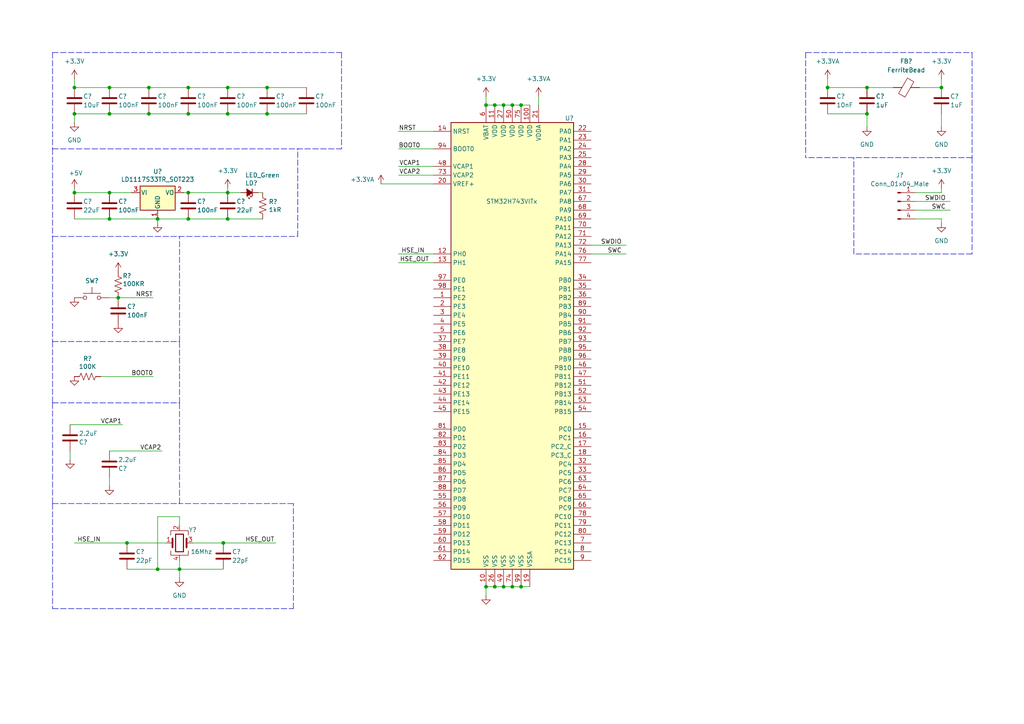
<source format=kicad_sch>
(kicad_sch (version 20231120) (generator "eeschema") (generator_version "8.0")
  (paper "A4")
  (title_block (title "Conundrum Crack Game") (date "2024-09-13") (rev "V1") (company "ECE477 Team 7"))
  (lib_symbols
    (symbol "Connector:Conn_01x04_Male" (pin_names (offset 1.016) hide)
      (property "Reference" "J" (at 0 5.08 0))
      (property "Value" "Conn_01x04_Male" (at 0 -7.62 0))
      (symbol "Conn_01x04_Male_1_1"
        (polyline (pts (xy 1.27 -5.08) (xy 0.8636 -5.08)) (stroke (width 0.1524)))
        (polyline (pts (xy 1.27 -2.54) (xy 0.8636 -2.54)) (stroke (width 0.1524)))
        (polyline (pts (xy 1.27 0) (xy 0.8636 0)) (stroke (width 0.1524)))
        (polyline (pts (xy 1.27 2.54) (xy 0.8636 2.54)) (stroke (width 0.1524)))
        (rectangle (start 0.8636 -4.953) (end 0 -5.207) (stroke (width 0.1524)) (fill (type outline)))
        (rectangle (start 0.8636 -2.413) (end 0 -2.667) (stroke (width 0.1524)) (fill (type outline)))
        (rectangle (start 0.8636 0.127) (end 0 -0.127) (stroke (width 0.1524)) (fill (type outline)))
        (rectangle (start 0.8636 2.667) (end 0 2.413) (stroke (width 0.1524)) (fill (type outline)))
        (pin passive line (at 5.08 2.54 180) (length 3.81) (name "Pin_1") (number "1"))
        (pin passive line (at 5.08 0 180) (length 3.81) (name "Pin_2") (number "2"))
        (pin passive line (at 5.08 -2.54 180) (length 3.81) (name "Pin_3") (number "3"))
        (pin passive line (at 5.08 -5.08 180) (length 3.81) (name "Pin_4") (number "4"))
      )
    )
    (symbol "Device:C" (pin_numbers hide) (pin_names (offset 0.254))
      (property "Reference" "C" (at 0.635 2.54 0))
      (property "Value" "C" (at 0.635 -2.54 0))
      (symbol "C_0_1"
        (polyline (pts (xy -2.032 -0.762) (xy 2.032 -0.762)) (stroke (width 0.508)))
        (polyline (pts (xy -2.032 0.762) (xy 2.032 0.762)) (stroke (width 0.508)))
      )
      (symbol "C_1_1"
        (pin passive line (at 0 3.81 270) (length 2.794) (name "~") (number "1"))
        (pin passive line (at 0 -3.81 90) (length 2.794) (name "~") (number "2"))
      )
    )
    (symbol "Device:Crystal_GND24" (pin_names (offset 1.016) hide)
      (property "Reference" "Y" (at 3.175 5.08 0))
      (property "Value" "Crystal_GND24" (at 3.175 3.175 0))
      (symbol "Crystal_GND24_0_1"
        (rectangle (start -1.143 2.54) (end 1.143 -2.54) (stroke (width 0.3048)))
        (polyline (pts (xy -2.54 0) (xy -2.032 0)))
        (polyline (pts (xy -2.032 -1.27) (xy -2.032 1.27)) (stroke (width 0.508)))
        (polyline (pts (xy 0 -3.81) (xy 0 -3.556)))
        (polyline (pts (xy 0 3.556) (xy 0 3.81)))
        (polyline (pts (xy 2.032 -1.27) (xy 2.032 1.27)) (stroke (width 0.508)))
        (polyline (pts (xy 2.032 0) (xy 2.54 0)))
        (polyline (pts (xy -2.54 -2.286) (xy -2.54 -3.556) (xy 2.54 -3.556) (xy 2.54 -2.286)))
        (polyline (pts (xy -2.54 2.286) (xy -2.54 3.556) (xy 2.54 3.556) (xy 2.54 2.286)))
      )
      (symbol "Crystal_GND24_1_1"
        (pin passive line (at -3.81 0 0) (length 1.27) (name "1") (number "1"))
        (pin passive line (at 0 5.08 270) (length 1.27) (name "2") (number "2"))
        (pin passive line (at 3.81 0 180) (length 1.27) (name "3") (number "3"))
        (pin passive line (at 0 -5.08 90) (length 1.27) (name "4") (number "4"))
      )
    )
    (symbol "Device:FerriteBead" (pin_numbers hide) (pin_names (offset 0))
      (property "Reference" "FB" (at -3.81 0.635 90))
      (property "Value" "FerriteBead" (at 3.81 0 90))
      (symbol "FerriteBead_0_1"
        (polyline (pts (xy 0 -1.27) (xy 0 -1.2192)))
        (polyline (pts (xy 0 1.27) (xy 0 1.2954)))
        (polyline (pts (xy -2.7686 0.4064) (xy -1.7018 2.2606) (xy 2.7686 -0.3048) (xy 1.6764 -2.159) (xy -2.7686 0.4064)))
      )
      (symbol "FerriteBead_1_1"
        (pin passive line (at 0 3.81 270) (length 2.54) (name "~") (number "1"))
        (pin passive line (at 0 -3.81 90) (length 2.54) (name "~") (number "2"))
      )
    )
    (symbol "Device:R_US" (pin_numbers hide) (pin_names (offset 0))
      (property "Reference" "R" (at 2.54 0 90))
      (property "Value" "R_US" (at -2.54 0 90))
      (symbol "R_US_0_1"
        (polyline (pts (xy 0 -2.286) (xy 0 -2.54)))
        (polyline (pts (xy 0 2.286) (xy 0 2.54)))
        (polyline (pts (xy 0 -0.762) (xy 1.016 -1.143) (xy 0 -1.524) (xy -1.016 -1.905) (xy 0 -2.286)))
        (polyline (pts (xy 0 0.762) (xy 1.016 0.381) (xy 0 0) (xy -1.016 -0.381) (xy 0 -0.762)))
        (polyline (pts (xy 0 2.286) (xy 1.016 1.905) (xy 0 1.524) (xy -1.016 1.143) (xy 0 0.762)))
      )
      (symbol "R_US_1_1"
        (pin passive line (at 0 3.81 270) (length 1.27) (name "~") (number "1"))
        (pin passive line (at 0 -3.81 90) (length 1.27) (name "~") (number "2"))
      )
    )
    (symbol "MCU_ST_STM32H7:STM32H743VITx"
      (property "Reference" "U" (at -17.78 64.77 0))
      (property "Value" "STM32H743VITx" (at 10.16 64.77 0))
      (symbol "STM32H743VITx_0_1"
        (rectangle (start -17.78 -66.04) (end 17.78 63.5) (stroke (width 0.254)) (fill (type background)))
      )
      (symbol "STM32H743VITx_1_1"
        (pin bidirectional line (at -22.86 12.7 0) (length 5.08) (name "PE2") (number "1"))
        (pin power_in line (at -7.62 -71.12 90) (length 5.08) (name "VSS") (number "10"))
        (pin power_in line (at 5.08 68.58 270) (length 5.08) (name "VDD") (number "100"))
        (pin power_in line (at -5.08 68.58 270) (length 5.08) (name "VDD") (number "11"))
        (pin input line (at -22.86 25.4 0) (length 5.08) (name "PH0") (number "12"))
        (pin input line (at -22.86 22.86 0) (length 5.08) (name "PH1") (number "13"))
        (pin input line (at -22.86 60.96 0) (length 5.08) (name "NRST") (number "14"))
        (pin bidirectional line (at 22.86 -25.4 180) (length 5.08) (name "PC0") (number "15"))
        (pin bidirectional line (at 22.86 -27.94 180) (length 5.08) (name "PC1") (number "16"))
        (pin bidirectional line (at 22.86 -30.48 180) (length 5.08) (name "PC2_C") (number "17"))
        (pin bidirectional line (at 22.86 -33.02 180) (length 5.08) (name "PC3_C") (number "18"))
        (pin power_in line (at 5.08 -71.12 90) (length 5.08) (name "VSSA") (number "19"))
        (pin bidirectional line (at -22.86 10.16 0) (length 5.08) (name "PE3") (number "2"))
        (pin bidirectional line (at -22.86 45.72 0) (length 5.08) (name "VREF+") (number "20"))
        (pin power_in line (at 7.62 68.58 270) (length 5.08) (name "VDDA") (number "21"))
        (pin bidirectional line (at 22.86 60.96 180) (length 5.08) (name "PA0") (number "22"))
        (pin bidirectional line (at 22.86 58.42 180) (length 5.08) (name "PA1") (number "23"))
        (pin bidirectional line (at 22.86 55.88 180) (length 5.08) (name "PA2") (number "24"))
        (pin bidirectional line (at 22.86 53.34 180) (length 5.08) (name "PA3") (number "25"))
        (pin power_in line (at -5.08 -71.12 90) (length 5.08) (name "VSS") (number "26"))
        (pin power_in line (at -2.54 68.58 270) (length 5.08) (name "VDD") (number "27"))
        (pin bidirectional line (at 22.86 50.8 180) (length 5.08) (name "PA4") (number "28"))
        (pin bidirectional line (at 22.86 48.26 180) (length 5.08) (name "PA5") (number "29"))
        (pin bidirectional line (at -22.86 7.62 0) (length 5.08) (name "PE4") (number "3"))
        (pin bidirectional line (at 22.86 45.72 180) (length 5.08) (name "PA6") (number "30"))
        (pin bidirectional line (at 22.86 43.18 180) (length 5.08) (name "PA7") (number "31"))
        (pin bidirectional line (at 22.86 -35.56 180) (length 5.08) (name "PC4") (number "32"))
        (pin bidirectional line (at 22.86 -38.1 180) (length 5.08) (name "PC5") (number "33"))
        (pin bidirectional line (at 22.86 17.78 180) (length 5.08) (name "PB0") (number "34"))
        (pin bidirectional line (at 22.86 15.24 180) (length 5.08) (name "PB1") (number "35"))
        (pin bidirectional line (at 22.86 12.7 180) (length 5.08) (name "PB2") (number "36"))
        (pin bidirectional line (at -22.86 0 0) (length 5.08) (name "PE7") (number "37"))
        (pin bidirectional line (at -22.86 -2.54 0) (length 5.08) (name "PE8") (number "38"))
        (pin bidirectional line (at -22.86 -5.08 0) (length 5.08) (name "PE9") (number "39"))
        (pin bidirectional line (at -22.86 5.08 0) (length 5.08) (name "PE5") (number "4"))
        (pin bidirectional line (at -22.86 -7.62 0) (length 5.08) (name "PE10") (number "40"))
        (pin bidirectional line (at -22.86 -10.16 0) (length 5.08) (name "PE11") (number "41"))
        (pin bidirectional line (at -22.86 -12.7 0) (length 5.08) (name "PE12") (number "42"))
        (pin bidirectional line (at -22.86 -15.24 0) (length 5.08) (name "PE13") (number "43"))
        (pin bidirectional line (at -22.86 -17.78 0) (length 5.08) (name "PE14") (number "44"))
        (pin bidirectional line (at -22.86 -20.32 0) (length 5.08) (name "PE15") (number "45"))
        (pin bidirectional line (at 22.86 -7.62 180) (length 5.08) (name "PB10") (number "46"))
        (pin bidirectional line (at 22.86 -10.16 180) (length 5.08) (name "PB11") (number "47"))
        (pin power_in line (at -22.86 50.8 0) (length 5.08) (name "VCAP1") (number "48"))
        (pin power_in line (at -2.54 -71.12 90) (length 5.08) (name "VSS") (number "49"))
        (pin bidirectional line (at -22.86 2.54 0) (length 5.08) (name "PE6") (number "5"))
        (pin power_in line (at 0 68.58 270) (length 5.08) (name "VDD") (number "50"))
        (pin bidirectional line (at 22.86 -12.7 180) (length 5.08) (name "PB12") (number "51"))
        (pin bidirectional line (at 22.86 -15.24 180) (length 5.08) (name "PB13") (number "52"))
        (pin bidirectional line (at 22.86 -17.78 180) (length 5.08) (name "PB14") (number "53"))
        (pin bidirectional line (at 22.86 -20.32 180) (length 5.08) (name "PB15") (number "54"))
        (pin bidirectional line (at -22.86 -45.72 0) (length 5.08) (name "PD8") (number "55"))
        (pin bidirectional line (at -22.86 -48.26 0) (length 5.08) (name "PD9") (number "56"))
        (pin bidirectional line (at -22.86 -50.8 0) (length 5.08) (name "PD10") (number "57"))
        (pin bidirectional line (at -22.86 -53.34 0) (length 5.08) (name "PD11") (number "58"))
        (pin bidirectional line (at -22.86 -55.88 0) (length 5.08) (name "PD12") (number "59"))
        (pin power_in line (at -7.62 68.58 270) (length 5.08) (name "VBAT") (number "6"))
        (pin bidirectional line (at -22.86 -58.42 0) (length 5.08) (name "PD13") (number "60"))
        (pin bidirectional line (at -22.86 -60.96 0) (length 5.08) (name "PD14") (number "61"))
        (pin bidirectional line (at -22.86 -63.5 0) (length 5.08) (name "PD15") (number "62"))
        (pin bidirectional line (at 22.86 -40.64 180) (length 5.08) (name "PC6") (number "63"))
        (pin bidirectional line (at 22.86 -43.18 180) (length 5.08) (name "PC7") (number "64"))
        (pin bidirectional line (at 22.86 -45.72 180) (length 5.08) (name "PC8") (number "65"))
        (pin bidirectional line (at 22.86 -48.26 180) (length 5.08) (name "PC9") (number "66"))
        (pin bidirectional line (at 22.86 40.64 180) (length 5.08) (name "PA8") (number "67"))
        (pin bidirectional line (at 22.86 38.1 180) (length 5.08) (name "PA9") (number "68"))
        (pin bidirectional line (at 22.86 35.56 180) (length 5.08) (name "PA10") (number "69"))
        (pin bidirectional line (at 22.86 -58.42 180) (length 5.08) (name "PC13") (number "7"))
        (pin bidirectional line (at 22.86 33.02 180) (length 5.08) (name "PA11") (number "70"))
        (pin bidirectional line (at 22.86 30.48 180) (length 5.08) (name "PA12") (number "71"))
        (pin bidirectional line (at 22.86 27.94 180) (length 5.08) (name "PA13") (number "72"))
        (pin power_in line (at -22.86 48.26 0) (length 5.08) (name "VCAP2") (number "73"))
        (pin power_in line (at 0 -71.12 90) (length 5.08) (name "VSS") (number "74"))
        (pin power_in line (at 2.54 68.58 270) (length 5.08) (name "VDD") (number "75"))
        (pin bidirectional line (at 22.86 25.4 180) (length 5.08) (name "PA14") (number "76"))
        (pin bidirectional line (at 22.86 22.86 180) (length 5.08) (name "PA15") (number "77"))
        (pin bidirectional line (at 22.86 -50.8 180) (length 5.08) (name "PC10") (number "78"))
        (pin bidirectional line (at 22.86 -53.34 180) (length 5.08) (name "PC11") (number "79"))
        (pin bidirectional line (at 22.86 -60.96 180) (length 5.08) (name "PC14") (number "8"))
        (pin bidirectional line (at 22.86 -55.88 180) (length 5.08) (name "PC12") (number "80"))
        (pin bidirectional line (at -22.86 -25.4 0) (length 5.08) (name "PD0") (number "81"))
        (pin bidirectional line (at -22.86 -27.94 0) (length 5.08) (name "PD1") (number "82"))
        (pin bidirectional line (at -22.86 -30.48 0) (length 5.08) (name "PD2") (number "83"))
        (pin bidirectional line (at -22.86 -33.02 0) (length 5.08) (name "PD3") (number "84"))
        (pin bidirectional line (at -22.86 -35.56 0) (length 5.08) (name "PD4") (number "85"))
        (pin bidirectional line (at -22.86 -38.1 0) (length 5.08) (name "PD5") (number "86"))
        (pin bidirectional line (at -22.86 -40.64 0) (length 5.08) (name "PD6") (number "87"))
        (pin bidirectional line (at -22.86 -43.18 0) (length 5.08) (name "PD7") (number "88"))
        (pin bidirectional line (at 22.86 10.16 180) (length 5.08) (name "PB3") (number "89"))
        (pin bidirectional line (at 22.86 -63.5 180) (length 5.08) (name "PC15") (number "9"))
        (pin bidirectional line (at 22.86 7.62 180) (length 5.08) (name "PB4") (number "90"))
        (pin bidirectional line (at 22.86 5.08 180) (length 5.08) (name "PB5") (number "91"))
        (pin bidirectional line (at 22.86 2.54 180) (length 5.08) (name "PB6") (number "92"))
        (pin bidirectional line (at 22.86 0 180) (length 5.08) (name "PB7") (number "93"))
        (pin input line (at -22.86 55.88 0) (length 5.08) (name "BOOT0") (number "94"))
        (pin bidirectional line (at 22.86 -2.54 180) (length 5.08) (name "PB8") (number "95"))
        (pin bidirectional line (at 22.86 -5.08 180) (length 5.08) (name "PB9") (number "96"))
        (pin bidirectional line (at -22.86 17.78 0) (length 5.08) (name "PE0") (number "97"))
        (pin bidirectional line (at -22.86 15.24 0) (length 5.08) (name "PE1") (number "98"))
        (pin power_in line (at 2.54 -71.12 90) (length 5.08) (name "VSS") (number "99"))
      )
    )
    (symbol "Regulator_Linear:LD1117S33TR_SOT223" (pin_names (offset 0.254))
      (property "Reference" "U" (at -3.81 3.175 0))
      (property "Value" "LD1117S33TR_SOT223" (at 0 3.175 0))
      (symbol "LD1117S33TR_SOT223_0_1"
        (rectangle (start -5.08 -5.08) (end 5.08 1.905) (stroke (width 0.254)) (fill (type background)))
      )
      (symbol "LD1117S33TR_SOT223_1_1"
        (pin power_in line (at 0 -7.62 90) (length 2.54) (name "GND") (number "1"))
        (pin power_out line (at 7.62 0 180) (length 2.54) (name "VO") (number "2"))
        (pin power_in line (at -7.62 0 0) (length 2.54) (name "VI") (number "3"))
      )
    )
    (symbol "Switch:SW_Push" (pin_numbers hide) (pin_names (offset 1.016) hide)
      (property "Reference" "SW" (at 1.27 2.54 0))
      (property "Value" "SW_Push" (at 0 -1.524 0))
      (symbol "SW_Push_0_1"
        (circle (center -2.032 0) (radius 0.508))
        (polyline (pts (xy 0 1.27) (xy 0 3.048)))
        (polyline (pts (xy 2.54 1.27) (xy -2.54 1.27)))
        (circle (center 2.032 0) (radius 0.508))
        (pin passive line (at -5.08 0 0) (length 2.54) (name "1") (number "1"))
        (pin passive line (at 5.08 0 180) (length 2.54) (name "2") (number "2"))
      )
    )
    (symbol "power:+3.3V" (power) (pin_names (offset 0))
      (property "Value" "+3.3V" (at 0 3.556 0))
      (symbol "+3.3V_0_1"
        (polyline (pts (xy -0.762 1.27) (xy 0 2.54)))
        (polyline (pts (xy 0 0) (xy 0 2.54)))
        (polyline (pts (xy 0 2.54) (xy 0.762 1.27)))
      )
      (symbol "+3.3V_1_1"
        (pin power_in line (at 0 0 90) (length 0) hide (name "+3.3V") (number "1"))
      )
    )
    (symbol "power:+3.3VA" (power) (pin_names (offset 0))
      (property "Value" "+3.3VA" (at 0 3.556 0))
      (symbol "+3.3VA_0_1"
        (polyline (pts (xy -0.762 1.27) (xy 0 2.54)))
        (polyline (pts (xy 0 0) (xy 0 2.54)))
        (polyline (pts (xy 0 2.54) (xy 0.762 1.27)))
      )
      (symbol "+3.3VA_1_1"
        (pin power_in line (at 0 0 90) (length 0) hide (name "+3.3VA") (number "1"))
      )
    )
    (symbol "power:+5V" (power) (pin_names (offset 0))
      (property "Value" "+5V" (at 0 3.556 0))
      (symbol "+5V_0_1"
        (polyline (pts (xy -0.762 1.27) (xy 0 2.54)))
        (polyline (pts (xy 0 0) (xy 0 2.54)))
        (polyline (pts (xy 0 2.54) (xy 0.762 1.27)))
      )
      (symbol "+5V_1_1"
        (pin power_in line (at 0 0 90) (length 0) hide (name "+5V") (number "1"))
      )
    )
    (symbol "power:GND" (power) (pin_names (offset 0))
      (property "Value" "GND" (at 0 -3.81 0))
      (symbol "GND_0_1"
        (polyline (pts (xy 0 0) (xy 0 -1.27) (xy 1.27 -1.27) (xy 0 -2.54) (xy -1.27 -1.27) (xy 0 -1.27)))
      )
      (symbol "GND_1_1"
        (pin power_in line (at 0 0 270) (length 0) hide (name "GND") (number "1"))
      )
    )
    (symbol "stm32f091-rescue:LED_Small_ALT-Device" (pin_numbers hide) (pin_names (offset 0.254) hide)
      (property "Reference" "D" (at -1.27 3.175 0))
      (property "Value" "LED_Small_ALT-Device" (at -4.445 -2.54 0))
      (symbol "LED_Small_ALT-Device_0_1"
        (polyline (pts (xy -0.762 -1.016) (xy -0.762 1.016)) (stroke (width 0.254)))
        (polyline (pts (xy 1.016 0) (xy -0.762 0)))
        (polyline (pts (xy 0.762 -1.016) (xy -0.762 0) (xy 0.762 1.016) (xy 0.762 -1.016)) (stroke (width 0.254)) (fill (type outline)))
        (polyline (pts (xy 0 0.762) (xy -0.508 1.27) (xy -0.254 1.27) (xy -0.508 1.27) (xy -0.508 1.016)))
        (polyline (pts (xy 0.508 1.27) (xy 0 1.778) (xy 0.254 1.778) (xy 0 1.778) (xy 0 1.524)))
      )
      (symbol "LED_Small_ALT-Device_1_1"
        (pin passive line (at -2.54 0 0) (length 1.778) (name "K") (number "1"))
        (pin passive line (at 2.54 0 180) (length 1.778) (name "A") (number "2"))
      )
    )
  )
  (junction (at 21.59 25.4))
  (junction (at 273.05 25.4))
  (junction (at 140.97 170.18))
  (junction (at 77.47 25.4))
  (junction (at 66.04 33.02))
  (junction (at 66.04 25.4))
  (junction (at 31.75 63.5))
  (junction (at 151.13 30.48))
  (junction (at 140.97 30.48))
  (junction (at 148.59 30.48))
  (junction (at 31.75 55.88))
  (junction (at 52.07 165.1))
  (junction (at 36.83 157.48))
  (junction (at 148.59 170.18))
  (junction (at 43.18 25.4))
  (junction (at 54.61 25.4))
  (junction (at 31.75 25.4))
  (junction (at 66.04 63.5))
  (junction (at 21.59 33.02))
  (junction (at 34.29 86.36))
  (junction (at 143.51 30.48))
  (junction (at 143.51 170.18))
  (junction (at 64.77 157.48))
  (junction (at 21.59 55.88))
  (junction (at 151.13 170.18))
  (junction (at 240.03 25.4))
  (junction (at 146.05 170.18))
  (junction (at 66.04 55.88))
  (junction (at 45.72 165.1))
  (junction (at 146.05 30.48))
  (junction (at 45.72 63.5))
  (junction (at 77.47 33.02))
  (junction (at 54.61 55.88))
  (junction (at 251.46 33.02))
  (junction (at 54.61 33.02))
  (junction (at 31.75 33.02))
  (junction (at 43.18 33.02))
  (junction (at 251.46 25.4))
  (junction (at 54.61 63.5))
  (wire (pts (xy 143.51 30.48) (xy 146.05 30.48)))
  (wire (pts (xy 31.75 138.43) (xy 31.75 140.97)))
  (wire (pts (xy 52.07 165.1) (xy 52.07 162.56)))
  (wire (pts (xy 36.83 157.48) (xy 48.26 157.48)))
  (wire (pts (xy 146.05 30.48) (xy 148.59 30.48)))
  (wire (pts (xy 20.32 130.81) (xy 20.32 133.35)))
  (wire (pts (xy 54.61 63.5) (xy 66.04 63.5)))
  (polyline (pts (xy 15.24 15.24) (xy 15.24 43.18)) (stroke (width 0) (type dash)))
  (wire (pts (xy 240.03 22.86) (xy 240.03 25.4)))
  (wire (pts (xy 45.72 149.86) (xy 45.72 165.1)))
  (wire (pts (xy 21.59 55.88) (xy 31.75 55.88)))
  (wire (pts (xy 273.05 55.88) (xy 273.05 54.61)))
  (wire (pts (xy 66.04 25.4) (xy 77.47 25.4)))
  (wire (pts (xy 273.05 22.86) (xy 273.05 25.4)))
  (wire (pts (xy 31.75 63.5) (xy 45.72 63.5)))
  (wire (pts (xy 52.07 152.4) (xy 52.07 149.86)))
  (wire (pts (xy 31.75 33.02) (xy 43.18 33.02)))
  (wire (pts (xy 31.75 55.88) (xy 38.1 55.88)))
  (polyline (pts (xy 233.68 15.24) (xy 233.68 45.72)) (stroke (width 0) (type dash)))
  (polyline (pts (xy 85.09 176.53) (xy 85.09 146.05)) (stroke (width 0) (type dash)))
  (wire (pts (xy 55.88 157.48) (xy 64.77 157.48)))
  (polyline (pts (xy 15.24 99.06) (xy 52.07 99.06)) (stroke (width 0) (type dash)))
  (wire (pts (xy 125.73 38.1) (xy 115.57 38.1)))
  (wire (pts (xy 148.59 30.48) (xy 151.13 30.48)))
  (wire (pts (xy 31.75 86.36) (xy 34.29 86.36)))
  (wire (pts (xy 115.57 76.2) (xy 125.73 76.2)))
  (wire (pts (xy 36.83 157.48) (xy 21.59 157.48)))
  (wire (pts (xy 31.75 130.81) (xy 46.99 130.81)))
  (wire (pts (xy 273.05 63.5) (xy 273.05 64.77)))
  (wire (pts (xy 45.72 64.77) (xy 45.72 63.5)))
  (polyline (pts (xy 15.24 116.84) (xy 52.07 116.84)) (stroke (width 0) (type dash)))
  (polyline (pts (xy 52.07 146.05) (xy 52.07 116.84)) (stroke (width 0) (type dash)))
  (polyline (pts (xy 15.24 146.05) (xy 15.24 176.53)) (stroke (width 0) (type dash)))
  (wire (pts (xy 171.45 73.66) (xy 181.61 73.66)))
  (wire (pts (xy 54.61 33.02) (xy 66.04 33.02)))
  (wire (pts (xy 251.46 25.4) (xy 259.08 25.4)))
  (wire (pts (xy 52.07 165.1) (xy 52.07 167.64)))
  (wire (pts (xy 146.05 170.18) (xy 148.59 170.18)))
  (polyline (pts (xy 233.68 15.24) (xy 281.94 15.24)) (stroke (width 0) (type dash)))
  (wire (pts (xy 266.7 25.4) (xy 273.05 25.4)))
  (polyline (pts (xy 15.24 146.05) (xy 52.07 146.05)) (stroke (width 0) (type dash)))
  (wire (pts (xy 140.97 27.94) (xy 140.97 30.48)))
  (wire (pts (xy 66.04 63.5) (xy 76.2 63.5)))
  (polyline (pts (xy 15.24 99.06) (xy 15.24 116.84)) (stroke (width 0) (type dash)))
  (polyline (pts (xy 281.94 73.66) (xy 247.65 73.66)) (stroke (width 0) (type dash)))
  (wire (pts (xy 251.46 33.02) (xy 251.46 36.83)))
  (wire (pts (xy 21.59 22.86) (xy 21.59 25.4)))
  (polyline (pts (xy 52.07 116.84) (xy 52.07 99.06)) (stroke (width 0) (type dash)))
  (wire (pts (xy 36.83 165.1) (xy 45.72 165.1)))
  (wire (pts (xy 265.43 63.5) (xy 273.05 63.5)))
  (wire (pts (xy 143.51 170.18) (xy 146.05 170.18)))
  (wire (pts (xy 148.59 170.18) (xy 151.13 170.18)))
  (wire (pts (xy 45.72 165.1) (xy 52.07 165.1)))
  (polyline (pts (xy 15.24 116.84) (xy 15.24 146.05)) (stroke (width 0) (type dash)))
  (polyline (pts (xy 15.24 68.58) (xy 15.24 99.06)) (stroke (width 0) (type dash)))
  (wire (pts (xy 53.34 55.88) (xy 54.61 55.88)))
  (wire (pts (xy 156.21 27.94) (xy 156.21 30.48)))
  (wire (pts (xy 115.57 43.18) (xy 125.73 43.18)))
  (polyline (pts (xy 52.07 99.06) (xy 52.07 68.58)) (stroke (width 0) (type dash)))
  (wire (pts (xy 43.18 25.4) (xy 54.61 25.4)))
  (wire (pts (xy 273.05 33.02) (xy 273.05 36.83)))
  (wire (pts (xy 110.49 53.34) (xy 125.73 53.34)))
  (wire (pts (xy 52.07 165.1) (xy 64.77 165.1)))
  (wire (pts (xy 240.03 25.4) (xy 251.46 25.4)))
  (polyline (pts (xy 281.94 45.72) (xy 281.94 73.66)) (stroke (width 0) (type dash)))
  (wire (pts (xy 171.45 71.12) (xy 181.61 71.12)))
  (wire (pts (xy 45.72 63.5) (xy 54.61 63.5)))
  (wire (pts (xy 66.04 54.61) (xy 66.04 55.88)))
  (wire (pts (xy 115.57 48.26) (xy 125.73 48.26)))
  (wire (pts (xy 54.61 55.88) (xy 66.04 55.88)))
  (wire (pts (xy 151.13 170.18) (xy 153.67 170.18)))
  (wire (pts (xy 140.97 30.48) (xy 143.51 30.48)))
  (wire (pts (xy 265.43 60.96) (xy 275.59 60.96)))
  (wire (pts (xy 140.97 170.18) (xy 140.97 172.72)))
  (polyline (pts (xy 15.24 15.24) (xy 99.06 15.24)) (stroke (width 0) (type dash)))
  (wire (pts (xy 64.77 157.48) (xy 80.01 157.48)))
  (wire (pts (xy 77.47 25.4) (xy 88.9 25.4)))
  (wire (pts (xy 240.03 33.02) (xy 251.46 33.02)))
  (wire (pts (xy 21.59 63.5) (xy 31.75 63.5)))
  (wire (pts (xy 66.04 55.88) (xy 69.85 55.88)))
  (wire (pts (xy 52.07 149.86) (xy 45.72 149.86)))
  (wire (pts (xy 76.2 55.88) (xy 74.93 55.88)))
  (wire (pts (xy 29.21 109.22) (xy 44.45 109.22)))
  (wire (pts (xy 21.59 25.4) (xy 31.75 25.4)))
  (polyline (pts (xy 281.94 15.24) (xy 281.94 45.72)) (stroke (width 0) (type dash)))
  (wire (pts (xy 34.29 86.36) (xy 44.45 86.36)))
  (polyline (pts (xy 15.24 68.58) (xy 86.36 68.58)) (stroke (width 0) (type dash)))
  (polyline (pts (xy 86.36 68.58) (xy 86.36 43.18)) (stroke (width 0) (type dash)))
  (wire (pts (xy 115.57 50.8) (xy 125.73 50.8)))
  (wire (pts (xy 151.13 30.48) (xy 153.67 30.48)))
  (wire (pts (xy 21.59 54.61) (xy 21.59 55.88)))
  (wire (pts (xy 43.18 33.02) (xy 54.61 33.02)))
  (polyline (pts (xy 15.24 43.18) (xy 15.24 68.58)) (stroke (width 0) (type dash)))
  (wire (pts (xy 125.73 73.66) (xy 115.57 73.66)))
  (polyline (pts (xy 15.24 176.53) (xy 85.09 176.53)) (stroke (width 0) (type dash)))
  (polyline (pts (xy 85.09 146.05) (xy 52.07 146.05)) (stroke (width 0) (type dash)))
  (wire (pts (xy 66.04 33.02) (xy 77.47 33.02)))
  (wire (pts (xy 54.61 25.4) (xy 66.04 25.4)))
  (polyline (pts (xy 15.24 43.18) (xy 99.06 43.18)) (stroke (width 0) (type dash)))
  (wire (pts (xy 21.59 33.02) (xy 31.75 33.02)))
  (wire (pts (xy 20.32 123.19) (xy 35.56 123.19)))
  (wire (pts (xy 21.59 33.02) (xy 21.59 35.56)))
  (polyline (pts (xy 99.06 15.24) (xy 99.06 43.18)) (stroke (width 0) (type dash)))
  (wire (pts (xy 265.43 55.88) (xy 273.05 55.88)))
  (polyline (pts (xy 281.94 45.72) (xy 233.68 45.72)) (stroke (width 0) (type dash)))
  (wire (pts (xy 265.43 58.42) (xy 275.59 58.42)))
  (wire (pts (xy 77.47 33.02) (xy 88.9 33.02)))
  (wire (pts (xy 140.97 170.18) (xy 143.51 170.18)))
  (polyline (pts (xy 247.65 73.66) (xy 247.65 45.72)) (stroke (width 0) (type dash)))
  (wire (pts (xy 31.75 25.4) (xy 43.18 25.4)))
  (label "BOOT0" (at 38.1 109.22 0))
  (label "SWDIO" (at 180.34 71.12 180))
  (label "NRST" (at 39.37 86.36 0))
  (label "SWC" (at 180.34 73.66 180))
  (label "HSE_OUT" (at 71.12 157.48 0))
  (label "HSE_IN" (at 123.19 73.66 180))
  (label "SWDIO" (at 274.32 58.42 180))
  (label "BOOT0" (at 121.92 43.18 180))
  (label "SWC" (at 274.32 60.96 180))
  (label "VCAP2" (at 40.64 130.81 0))
  (label "NRST" (at 120.65 38.1 180))
  (label "HSE_IN" (at 29.21 157.48 180))
  (label "VCAP1" (at 29.21 123.19 0))
  (label "HSE_OUT" (at 124.46 76.2 180))
  (label "VCAP2" (at 121.92 50.8 180))
  (label "VCAP1" (at 121.92 48.26 180))
  (symbol (lib_id "Device:C") (at 36.83 161.29 0) (unit 1)
    (property "Reference" "C?" (at 39.37 160.02 0) (effects (justify left)))
    (property "Value" "22pF" (at 39.37 162.56 0) (effects (justify left)))
  )
  (symbol (lib_id "power:GND") (at 52.07 167.64 0) (unit 1)
    (property "Reference" "#PWR?" (effects (hide yes)))
    (property "Value" "GND" (at 52.07 172.72 0))
  )
  (symbol (lib_id "MCU_ST_STM32H7:STM32H743VITx") (at 148.59 99.06 0) (unit 1)
    (property "Reference" "U?" (at 163.83 34.29 0) (effects (justify left)))
    (property "Value" "STM32H743VITx" (at 140.97 58.42 0) (effects (justify left)))
    (property "Footprint" "Package_QFP:LQFP-100_14x14mm_P0.5mm" (effects (hide yes)))
    (property "Datasheet" "http://www.st.com/st-web-ui/static/active/en/resource/technical/document/datasheet/DM00387108.pdf" (effects (hide yes)))
  )
  (symbol (lib_id "power:+3.3V") (at 34.29 78.74 0) (unit 1)
    (property "Reference" "#PWR?" (effects (hide yes)))
    (property "Value" "+3.3V" (at 34.29 73.66 0))
  )
  (symbol (lib_id "stm32f091-rescue:LED_Small_ALT-Device") (at 72.39 55.88 180) (unit 1)
    (property "Reference" "LD?" (at 71.12 53.1114 0) (effects (justify right)))
    (property "Value" "LED_Green" (at 71.12 50.8 0) (effects (justify right)))
    (property "Footprint" "LED_SMD:LED_0805_2012Metric" (effects (hide yes)))
  )
  (symbol (lib_id "Device:C") (at 251.46 29.21 0) (unit 1)
    (property "Reference" "C?" (at 254 27.94 0) (effects (justify left)))
    (property "Value" "1uF" (at 254 30.48 0) (effects (justify left)))
  )
  (symbol (lib_id "Device:C") (at 34.29 90.17 0) (unit 1)
    (property "Reference" "C?" (at 36.83 88.9 0) (effects (justify left)))
    (property "Value" "100nF" (at 36.83 91.44 0) (effects (justify left)))
    (property "Footprint" "Capacitor_SMD:C_0805_2012Metric_Pad1.15x1.40mm_HandSolder" (effects (hide yes)))
  )
  (symbol (lib_id "Device:C") (at 273.05 29.21 0) (unit 1)
    (property "Reference" "C?" (at 275.59 27.94 0) (effects (justify left)))
    (property "Value" "1uF" (at 275.59 30.48 0) (effects (justify left)))
  )
  (symbol (lib_id "power:GND") (at 34.29 93.98 0) (unit 1)
    (property "Reference" "#PWR?" (effects (hide yes)))
    (property "Value" "GND" (effects (hide yes)))
  )
  (symbol (lib_id "power:GND") (at 273.05 64.77 0) (unit 1)
    (property "Reference" "#PWR?" (effects (hide yes)))
    (property "Value" "GND" (at 273.05 69.85 0))
  )
  (symbol (lib_id "Device:C") (at 66.04 59.69 0) (unit 1)
    (property "Reference" "C?" (at 68.58 58.42 0) (effects (justify left)))
    (property "Value" "22uF" (at 68.58 60.96 0) (effects (justify left)))
  )
  (symbol (lib_id "Device:C") (at 21.59 59.69 0) (unit 1)
    (property "Reference" "C?" (at 24.13 58.42 0) (effects (justify left)))
    (property "Value" "22uF" (at 24.13 60.96 0) (effects (justify left)))
  )
  (symbol (lib_id "Device:C") (at 54.61 59.69 0) (unit 1)
    (property "Reference" "C?" (at 57.15 58.42 0) (effects (justify left)))
    (property "Value" "100nF" (at 57.15 60.96 0) (effects (justify left)))
  )
  (symbol (lib_id "Device:C") (at 54.61 29.21 0) (unit 1)
    (property "Reference" "C?" (at 57.15 27.94 0) (effects (justify left)))
    (property "Value" "100nF" (at 57.15 30.48 0) (effects (justify left)))
  )
  (symbol (lib_id "power:+3.3V") (at 140.97 27.94 0) (unit 1)
    (property "Reference" "#PWR?" (effects (hide yes)))
    (property "Value" "+3.3V" (at 140.97 22.86 0))
  )
  (symbol (lib_id "Device:R_US") (at 25.4 109.22 270) (unit 1)
    (property "Reference" "R?" (at 25.4 104.013 90))
    (property "Value" "100K" (at 25.4 106.3244 90))
    (property "Footprint" "Resistor_SMD:R_0805_2012Metric_Pad1.15x1.40mm_HandSolder" (effects (hide yes)))
  )
  (symbol (lib_id "Device:C") (at 88.9 29.21 0) (unit 1)
    (property "Reference" "C?" (at 91.44 27.94 0) (effects (justify left)))
    (property "Value" "100nF" (at 91.44 30.48 0) (effects (justify left)))
  )
  (symbol (lib_id "Device:C") (at 20.32 127 0) (mirror x) (unit 1)
    (property "Reference" "C?" (at 22.86 128.27 0) (effects (justify left)))
    (property "Value" "2.2uF" (at 22.86 125.73 0) (effects (justify left)))
    (property "Footprint" "Capacitor_SMD:C_0805_2012Metric_Pad1.15x1.40mm_HandSolder" (effects (hide yes)))
  )
  (symbol (lib_id "power:GND") (at 140.97 172.72 0) (unit 1)
    (property "Reference" "#PWR?" (effects (hide yes)))
    (property "Value" "GND" (effects (hide yes)))
  )
  (symbol (lib_id "power:GND") (at 273.05 36.83 0) (unit 1)
    (property "Reference" "#PWR?" (effects (hide yes)))
    (property "Value" "GND" (at 273.05 41.91 0))
  )
  (symbol (lib_id "Device:C") (at 31.75 29.21 0) (unit 1)
    (property "Reference" "C?" (at 34.29 27.94 0) (effects (justify left)))
    (property "Value" "100nF" (at 34.29 30.48 0) (effects (justify left)))
  )
  (symbol (lib_id "Device:C") (at 64.77 161.29 0) (unit 1)
    (property "Reference" "C?" (at 67.31 160.02 0) (effects (justify left)))
    (property "Value" "22pF" (at 67.31 162.56 0) (effects (justify left)))
  )
  (symbol (lib_id "power:GND") (at 21.59 35.56 0) (unit 1)
    (property "Reference" "#PWR?" (effects (hide yes)))
    (property "Value" "GND" (at 21.59 40.64 0))
  )
  (symbol (lib_id "Device:FerriteBead") (at 262.89 25.4 90) (unit 1)
    (property "Reference" "FB?" (at 262.8392 17.78 90))
    (property "Value" "FerriteBead" (at 262.8392 20.32 90))
  )
  (symbol (lib_id "Regulator_Linear:LD1117S33TR_SOT223") (at 45.72 55.88 0) (unit 1)
    (property "Reference" "U?" (at 45.72 49.7332 0))
    (property "Value" "LD1117S33TR_SOT223" (at 45.72 52.0446 0))
    (property "Footprint" "Package_TO_SOT_SMD:SOT-223-3_TabPin2" (effects (hide yes)))
    (property "Datasheet" "http://www.st.com/st-web-ui/static/active/en/resource/technical/document/datasheet/CD00000544.pdf" (effects (hide yes)))
  )
  (symbol (lib_id "Device:C") (at 31.75 134.62 0) (mirror x) (unit 1)
    (property "Reference" "C?" (at 34.29 135.89 0) (effects (justify left)))
    (property "Value" "2.2uF" (at 34.29 133.35 0) (effects (justify left)))
    (property "Footprint" "Capacitor_SMD:C_0805_2012Metric_Pad1.15x1.40mm_HandSolder" (effects (hide yes)))
  )
  (symbol (lib_id "power:+3.3V") (at 66.04 54.61 0) (unit 1)
    (property "Reference" "#PWR?" (effects (hide yes)))
    (property "Value" "+3.3V" (at 66.04 49.53 0))
  )
  (symbol (lib_id "Device:C") (at 43.18 29.21 0) (unit 1)
    (property "Reference" "C?" (at 45.72 27.94 0) (effects (justify left)))
    (property "Value" "100nF" (at 45.72 30.48 0) (effects (justify left)))
  )
  (symbol (lib_id "power:GND") (at 45.72 64.77 0) (unit 1)
    (property "Reference" "#PWR?" (effects (hide yes)))
    (property "Value" "GND" (effects (hide yes)))
  )
  (symbol (lib_id "power:+3.3V") (at 273.05 54.61 0) (unit 1)
    (property "Reference" "#PWR?" (effects (hide yes)))
    (property "Value" "+3.3V" (at 273.05 49.53 0))
  )
  (symbol (lib_id "power:GND") (at 20.32 133.35 0) (unit 1)
    (property "Reference" "#PWR?" (effects (hide yes)))
    (property "Value" "GND" (effects (hide yes)))
  )
  (symbol (lib_id "power:+3.3V") (at 21.59 22.86 0) (unit 1)
    (property "Reference" "#PWR?" (effects (hide yes)))
    (property "Value" "+3.3V" (at 21.59 17.78 0))
  )
  (symbol (lib_id "Device:C") (at 66.04 29.21 0) (unit 1)
    (property "Reference" "C?" (at 68.58 27.94 0) (effects (justify left)))
    (property "Value" "100nF" (at 68.58 30.48 0) (effects (justify left)))
  )
  (symbol (lib_id "power:+3.3VA") (at 110.49 53.34 0) (mirror y) (unit 1)
    (property "Reference" "#PWR?" (effects (hide yes)))
    (property "Value" "+3.3VA" (at 101.6 52.07 0) (effects (justify right)))
  )
  (symbol (lib_id "power:+5V") (at 21.59 54.61 0) (unit 1)
    (property "Reference" "#PWR?" (effects (hide yes)))
    (property "Value" "+5V" (at 21.971 50.2158 0))
  )
  (symbol (lib_id "power:GND") (at 21.59 86.36 0) (unit 1)
    (property "Reference" "#PWR?" (effects (hide yes)))
    (property "Value" "GND" (effects (hide yes)))
  )
  (symbol (lib_id "power:GND") (at 251.46 36.83 0) (unit 1)
    (property "Reference" "#PWR?" (effects (hide yes)))
    (property "Value" "GND" (at 251.46 41.91 0))
  )
  (symbol (lib_id "power:GND") (at 21.59 109.22 0) (unit 1)
    (property "Reference" "#PWR?" (effects (hide yes)))
    (property "Value" "GND" (effects (hide yes)))
  )
  (symbol (lib_id "power:+3.3VA") (at 240.03 22.86 0) (unit 1)
    (property "Reference" "#PWR?" (effects (hide yes)))
    (property "Value" "+3.3VA" (at 240.03 17.78 0))
  )
  (symbol (lib_id "power:+3.3VA") (at 156.21 27.94 0) (unit 1)
    (property "Reference" "#PWR?" (effects (hide yes)))
    (property "Value" "+3.3VA" (at 156.21 22.86 0))
  )
  (symbol (lib_id "Device:C") (at 21.59 29.21 0) (unit 1)
    (property "Reference" "C?" (at 24.13 27.94 0) (effects (justify left)))
    (property "Value" "10uF" (at 24.13 30.48 0) (effects (justify left)))
  )
  (symbol (lib_id "Device:C") (at 31.75 59.69 0) (unit 1)
    (property "Reference" "C?" (at 34.29 58.42 0) (effects (justify left)))
    (property "Value" "100nF" (at 34.29 60.96 0) (effects (justify left)))
  )
  (symbol (lib_id "Switch:SW_Push") (at 26.67 86.36 0) (unit 1)
    (property "Reference" "SW?" (at 26.67 81.4578 0))
    (property "Value" "SW_Push" (effects (hide yes)))
    (property "Footprint" "Button_Switch_SMD:SW_SPST_PTS645" (effects (hide yes)))
  )
  (symbol (lib_id "power:+3.3V") (at 273.05 22.86 0) (unit 1)
    (property "Reference" "#PWR?" (effects (hide yes)))
    (property "Value" "+3.3V" (at 273.05 17.78 0))
  )
  (symbol (lib_id "Device:Crystal_GND24") (at 52.07 157.48 0) (unit 1)
    (property "Reference" "Y?" (at 55.88 153.67 0))
    (property "Value" "16Mhz" (at 58.42 160.02 0))
  )
  (symbol (lib_id "Connector:Conn_01x04_Male") (at 260.35 58.42 0) (unit 1)
    (property "Reference" "J?" (at 260.985 50.8 0))
    (property "Value" "Conn_01x04_Male" (at 260.985 53.34 0))
  )
  (symbol (lib_id "Device:R_US") (at 34.29 82.55 0) (unit 1)
    (property "Reference" "R?" (at 35.56 80.01 0) (effects (justify left)))
    (property "Value" "100KR" (at 35.56 82.3214 0) (effects (justify left)))
    (property "Footprint" "Resistor_SMD:R_0805_2012Metric_Pad1.15x1.40mm_HandSolder" (effects (hide yes)))
  )
  (symbol (lib_id "Device:C") (at 240.03 29.21 0) (unit 1)
    (property "Reference" "C?" (at 242.57 27.94 0) (effects (justify left)))
    (property "Value" "10nF" (at 242.57 30.4801 0) (effects (justify left)))
  )
  (symbol (lib_id "Device:C") (at 77.47 29.21 0) (unit 1)
    (property "Reference" "C?" (at 80.01 27.94 0) (effects (justify left)))
    (property "Value" "100nF" (at 80.01 30.4801 0) (effects (justify left)))
  )
  (symbol (lib_id "Device:R_US") (at 76.2 59.69 0) (unit 1)
    (property "Reference" "R?" (at 77.9272 58.5216 0) (effects (justify left)))
    (property "Value" "1kR" (at 77.9272 60.833 0) (effects (justify left)))
    (property "Footprint" "Resistor_SMD:R_0805_2012Metric_Pad1.15x1.40mm_HandSolder" (effects (hide yes)))
    (property "Datasheet" "https://datasheet.lcsc.com/szlcsc/Uniroyal-Elec-0805W8F3001T5E_C17661.pdf" (effects (hide yes)))
  )
  (symbol (lib_id "power:GND") (at 31.75 140.97 0) (unit 1)
    (property "Reference" "#PWR?" (effects (hide yes)))
    (property "Value" "GND" (effects (hide yes)))
  )
)
</source>
